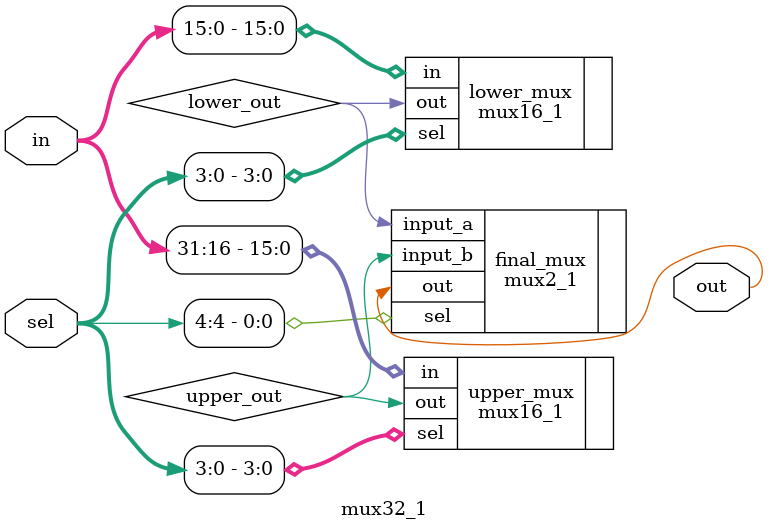
<source format=sv>
`timescale 1ns/10ps

module mux32_1(sel, in, out);
	input logic [4:0] sel;
	input logic [31:0] in;
	output logic out;
	logic lower_out, upper_out;
	
	mux16_1 lower_mux(.sel(sel[3:0]), .in(in[15:0]), .out(lower_out));
	mux16_1 upper_mux(.sel(sel[3:0]), .in(in[31:16]), .out(upper_out));
	mux2_1 final_mux(.sel(sel[4]), .input_a(lower_out), .input_b(upper_out), .out(out));
	
endmodule

</source>
